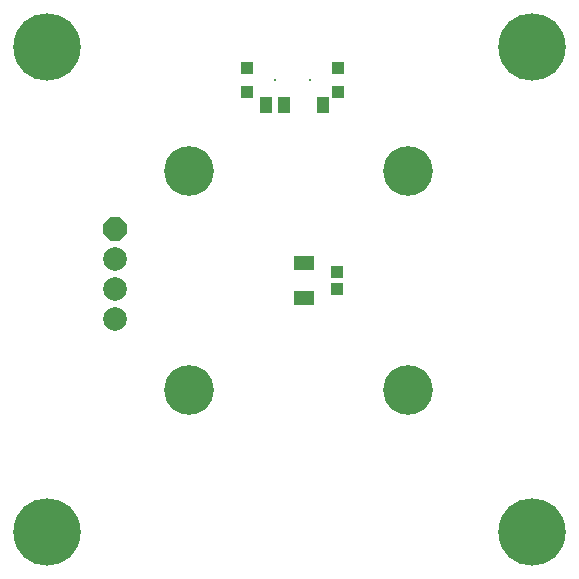
<source format=gts>
G04 Layer_Color=8388736*
%FSLAX44Y44*%
%MOMM*%
G71*
G01*
G75*
%ADD21R,1.1032X1.4532*%
%ADD22R,1.0032X1.1032*%
%ADD23R,1.0532X1.0532*%
%ADD24R,1.8032X1.2032*%
%ADD25C,5.7032*%
%ADD26C,4.2032*%
%ADD27P,2.1683X8X292.5*%
%ADD28C,2.0032*%
%ADD29C,0.2032*%
D21*
X278260Y405750D02*
D03*
X245260D02*
D03*
X230260D02*
D03*
D22*
X213760Y437500D02*
D03*
Y417500D02*
D03*
X290760Y437500D02*
D03*
Y417500D02*
D03*
D23*
X290000Y264500D02*
D03*
Y250500D02*
D03*
D24*
X262500Y272500D02*
D03*
Y242500D02*
D03*
D25*
X455000Y45000D02*
D03*
X45000D02*
D03*
X455000Y455000D02*
D03*
X45000D02*
D03*
D26*
X165000Y165000D02*
D03*
X350000Y350000D02*
D03*
X165000D02*
D03*
X350000Y165000D02*
D03*
D27*
X101750Y300950D02*
D03*
D28*
Y275550D02*
D03*
Y250150D02*
D03*
Y224750D02*
D03*
D29*
X237260Y427500D02*
D03*
X267260D02*
D03*
M02*

</source>
